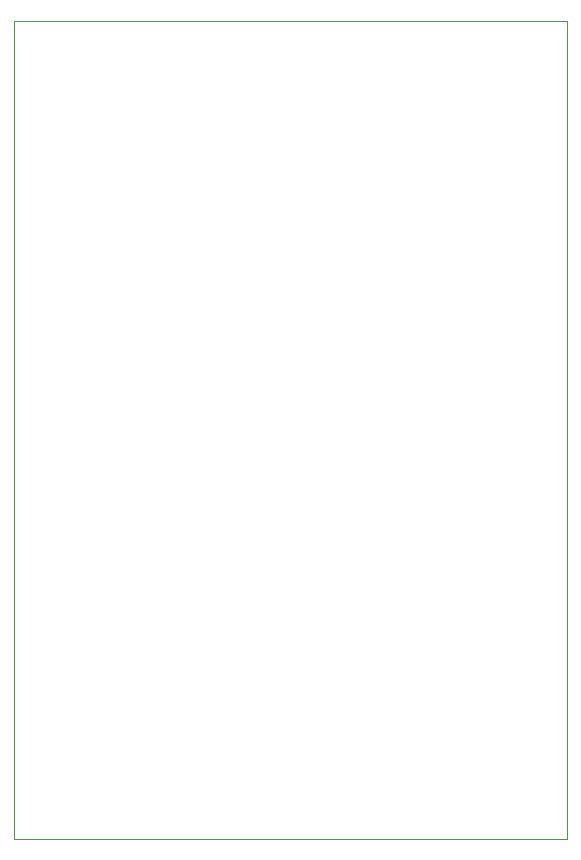
<source format=gm1>
G04 #@! TF.GenerationSoftware,KiCad,Pcbnew,7.0.10*
G04 #@! TF.CreationDate,2024-04-06T15:52:41-07:00*
G04 #@! TF.ProjectId,powerAmp,706f7765-7241-46d7-902e-6b696361645f,rev?*
G04 #@! TF.SameCoordinates,Original*
G04 #@! TF.FileFunction,Profile,NP*
%FSLAX46Y46*%
G04 Gerber Fmt 4.6, Leading zero omitted, Abs format (unit mm)*
G04 Created by KiCad (PCBNEW 7.0.10) date 2024-04-06 15:52:41*
%MOMM*%
%LPD*%
G01*
G04 APERTURE LIST*
G04 #@! TA.AperFunction,Profile*
%ADD10C,0.100000*%
G04 #@! TD*
G04 APERTURE END LIST*
D10*
X65405000Y-66005000D02*
X112155000Y-66005000D01*
X112155000Y-135255000D01*
X65405000Y-135255000D01*
X65405000Y-66005000D01*
M02*

</source>
